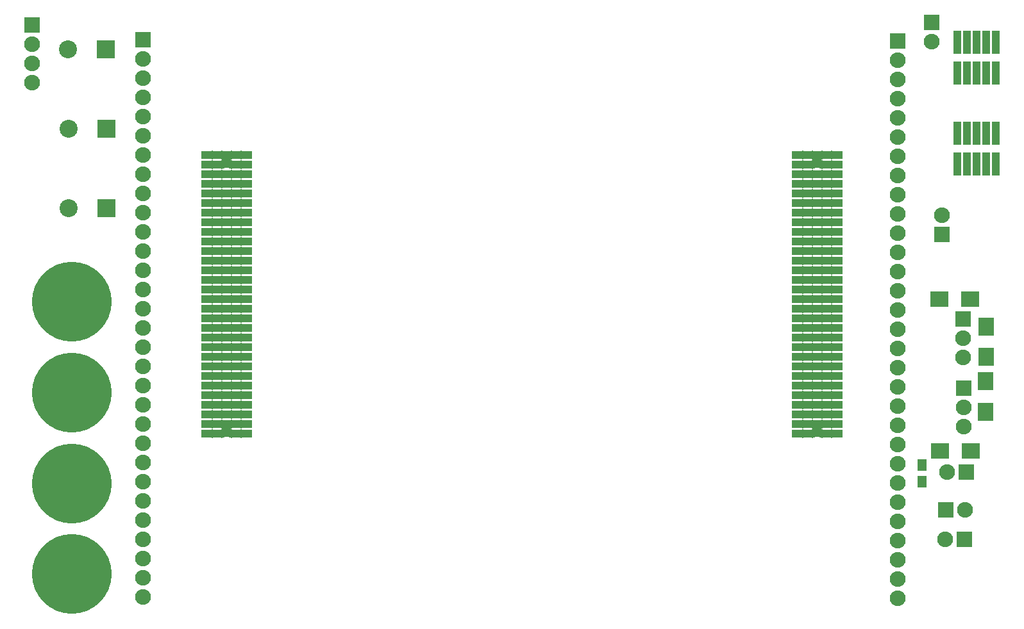
<source format=gbr>
G04 #@! TF.FileFunction,Soldermask,Top*
%FSLAX46Y46*%
G04 Gerber Fmt 4.6, Leading zero omitted, Abs format (unit mm)*
G04 Created by KiCad (PCBNEW 4.0.7) date 06/20/18 14:00:11*
%MOMM*%
%LPD*%
G01*
G04 APERTURE LIST*
%ADD10C,0.100000*%
%ADD11R,2.080000X2.080000*%
%ADD12O,2.080000X2.080000*%
%ADD13C,1.180000*%
%ADD14C,1.269000*%
%ADD15R,2.880000X1.080000*%
%ADD16R,2.880000X0.780000*%
%ADD17R,1.120000X3.170000*%
%ADD18R,1.280000X1.580000*%
%ADD19R,2.380000X2.380000*%
%ADD20C,2.380000*%
%ADD21C,10.540000*%
%ADD22R,2.080000X2.380000*%
%ADD23R,2.380000X2.080000*%
G04 APERTURE END LIST*
D10*
D11*
X143022620Y-38508260D03*
D12*
X143022620Y-41048260D03*
X143022620Y-43588260D03*
X143022620Y-46128260D03*
X143022620Y-48668260D03*
X143022620Y-51208260D03*
X143022620Y-53748260D03*
X143022620Y-56288260D03*
X143022620Y-58828260D03*
X143022620Y-61368260D03*
X143022620Y-63908260D03*
X143022620Y-66448260D03*
X143022620Y-68988260D03*
X143022620Y-71528260D03*
X143022620Y-74068260D03*
X143022620Y-76608260D03*
X143022620Y-79148260D03*
X143022620Y-81688260D03*
X143022620Y-84228260D03*
X143022620Y-86768260D03*
X143022620Y-89308260D03*
X143022620Y-91848260D03*
X143022620Y-94388260D03*
X143022620Y-96928260D03*
X143022620Y-99468260D03*
X143022620Y-102008260D03*
X143022620Y-104548260D03*
X143022620Y-107088260D03*
X143022620Y-109628260D03*
X143022620Y-112168260D03*
D13*
X56278000Y-53555900D03*
X55008000Y-53555900D03*
X53738000Y-53555900D03*
X52468000Y-53555900D03*
X56278000Y-54825900D03*
X53738000Y-54825900D03*
X55008000Y-54825900D03*
X52468000Y-54825900D03*
X56278000Y-56095900D03*
X55008000Y-56095900D03*
X53738000Y-56095900D03*
X52468000Y-56095900D03*
X56278000Y-57365900D03*
X55008000Y-57365900D03*
X53738000Y-57365900D03*
X52468000Y-57365900D03*
X56278000Y-58635900D03*
X55008000Y-58635900D03*
X53738000Y-58635900D03*
X52468000Y-58635900D03*
X56278000Y-59905900D03*
X55008000Y-59905900D03*
X53738000Y-59905900D03*
X52468000Y-59905900D03*
X56278000Y-61175900D03*
X55008000Y-61175900D03*
X53738000Y-61175900D03*
X52468000Y-61175900D03*
X56278000Y-62445900D03*
X55008000Y-62445900D03*
X53738000Y-62445900D03*
X52468000Y-62445900D03*
X56278000Y-63715900D03*
X55008000Y-63715900D03*
X53738000Y-63715900D03*
X52468000Y-63715900D03*
X56278000Y-64985900D03*
X55008000Y-64985900D03*
X53738000Y-64985900D03*
X52468000Y-64985900D03*
X56278000Y-66255900D03*
X55008000Y-66255900D03*
X53738000Y-66255900D03*
X52468000Y-66255900D03*
X56278000Y-67525900D03*
X55008000Y-67525900D03*
X53738000Y-67525900D03*
X52468000Y-67525900D03*
X56278000Y-68795900D03*
X55008000Y-68795900D03*
X53738000Y-68795900D03*
X52468000Y-68795900D03*
X56278000Y-70065900D03*
X55008000Y-70065900D03*
X53738000Y-70065900D03*
X52468000Y-70065900D03*
X56278000Y-71335900D03*
X55008000Y-71335900D03*
X53738000Y-71335900D03*
X52468000Y-71335900D03*
X56278000Y-72605900D03*
X55008000Y-72605900D03*
X53738000Y-72605900D03*
X52468000Y-72605900D03*
X56278000Y-73875900D03*
X55008000Y-73875900D03*
X53738000Y-73875900D03*
X52468000Y-73875900D03*
X56278000Y-75145900D03*
X55008000Y-75145900D03*
X53738000Y-75145900D03*
X52468000Y-75145900D03*
X56278000Y-76415900D03*
X55008000Y-76415900D03*
X53738000Y-76415900D03*
X52468000Y-76415900D03*
X56278000Y-77685900D03*
X55008000Y-77685900D03*
X53738000Y-77685900D03*
X52468000Y-77685900D03*
X56278000Y-78955900D03*
X55008000Y-78955900D03*
X53738000Y-78955900D03*
X52468000Y-78955900D03*
X56278000Y-80225900D03*
X55008000Y-80225900D03*
X53738000Y-80225900D03*
X52468000Y-80225900D03*
X56278000Y-81495900D03*
X55008000Y-81495900D03*
X53738000Y-81495900D03*
X52468000Y-81495900D03*
X56278000Y-82765900D03*
X55008000Y-82765900D03*
X52468000Y-82765900D03*
X53738000Y-82765900D03*
X56278000Y-84035900D03*
X55008000Y-84035900D03*
X53738000Y-84035900D03*
X52468000Y-84035900D03*
X56278000Y-85305900D03*
X55008000Y-85305900D03*
X53738000Y-85305900D03*
X52468000Y-85305900D03*
X56278000Y-86575900D03*
X55008000Y-86575900D03*
X53738000Y-86575900D03*
X52468000Y-86575900D03*
X56278000Y-87845900D03*
X55008000Y-87845900D03*
X53738000Y-87845900D03*
X52468000Y-87845900D03*
X56278000Y-89115900D03*
X55008000Y-89115900D03*
X53738000Y-89115900D03*
X52468000Y-89115900D03*
X56278000Y-90385900D03*
X55008000Y-90385900D03*
X53738000Y-90385900D03*
X52468000Y-90385900D03*
D14*
X54373000Y-54190900D03*
X54373000Y-54190900D03*
X54373000Y-54190900D03*
X54373000Y-54190900D03*
X54373000Y-89750900D03*
D15*
X56278000Y-53555900D03*
X56278000Y-54825900D03*
X56278000Y-56095900D03*
X56278000Y-57365900D03*
X56278000Y-58635900D03*
X56278000Y-59905900D03*
X56278000Y-61175900D03*
X56278000Y-62445900D03*
X56278000Y-63715900D03*
X56278000Y-64985900D03*
X56278000Y-66255900D03*
X56278000Y-67525900D03*
X56278000Y-68795900D03*
X56278000Y-70065900D03*
X56278000Y-71335900D03*
X56278000Y-72605900D03*
X56278000Y-73875900D03*
X56278000Y-75145900D03*
X56278000Y-76415900D03*
X56278000Y-77685900D03*
X56278000Y-78955900D03*
X56278000Y-80225900D03*
X56278000Y-81495900D03*
X56278000Y-82765900D03*
X56278000Y-84035900D03*
X56278000Y-85305900D03*
X56278000Y-86575900D03*
X56278000Y-87845900D03*
X56278000Y-89115900D03*
X56278000Y-90385900D03*
X52468000Y-53555900D03*
X52468000Y-54825900D03*
X52468000Y-56095900D03*
X52468000Y-57365900D03*
X52468000Y-58635900D03*
X52468000Y-59905900D03*
X52468000Y-61175900D03*
X52468000Y-62445900D03*
X52468000Y-63715900D03*
X52468000Y-64985900D03*
X52468000Y-66255900D03*
X52468000Y-67525900D03*
X52468000Y-68795900D03*
X52468000Y-70065900D03*
X52468000Y-71335900D03*
X52468000Y-72605900D03*
X52468000Y-73875900D03*
X52468000Y-75145900D03*
X52468000Y-76415900D03*
X52468000Y-77685900D03*
X52468000Y-78955900D03*
X52468000Y-80225900D03*
X52468000Y-81495900D03*
X52468000Y-82765900D03*
X52468000Y-84035900D03*
X52468000Y-85305900D03*
X52468000Y-86575900D03*
X52468000Y-87845900D03*
X52468000Y-89115900D03*
X52468000Y-90385900D03*
X54373000Y-56095900D03*
X54373000Y-57365900D03*
X54373000Y-58635900D03*
X54373000Y-59905900D03*
X54373000Y-61175900D03*
X54373000Y-62445900D03*
X54373000Y-63715900D03*
X54373000Y-64985900D03*
X54373000Y-66255900D03*
X54373000Y-67525900D03*
X54373000Y-68795900D03*
X54373000Y-70065900D03*
X54373000Y-71335900D03*
X54373000Y-72605900D03*
X54373000Y-73875900D03*
X54373000Y-75145900D03*
X54373000Y-76415900D03*
X54373000Y-77685900D03*
X54373000Y-78955900D03*
X54373000Y-80225900D03*
X54373000Y-81495900D03*
X54373000Y-82765900D03*
X54373000Y-84035900D03*
X54373000Y-85305900D03*
X54373000Y-86575900D03*
X54373000Y-87845900D03*
D16*
X54373000Y-53428900D03*
X54246000Y-90512900D03*
X54246000Y-88988900D03*
X54246000Y-54952900D03*
D13*
X134278000Y-53555900D03*
X133008000Y-53555900D03*
X131738000Y-53555900D03*
X130468000Y-53555900D03*
X134278000Y-54825900D03*
X131738000Y-54825900D03*
X133008000Y-54825900D03*
X130468000Y-54825900D03*
X134278000Y-56095900D03*
X133008000Y-56095900D03*
X131738000Y-56095900D03*
X130468000Y-56095900D03*
X134278000Y-57365900D03*
X133008000Y-57365900D03*
X131738000Y-57365900D03*
X130468000Y-57365900D03*
X134278000Y-58635900D03*
X133008000Y-58635900D03*
X131738000Y-58635900D03*
X130468000Y-58635900D03*
X134278000Y-59905900D03*
X133008000Y-59905900D03*
X131738000Y-59905900D03*
X130468000Y-59905900D03*
X134278000Y-61175900D03*
X133008000Y-61175900D03*
X131738000Y-61175900D03*
X130468000Y-61175900D03*
X134278000Y-62445900D03*
X133008000Y-62445900D03*
X131738000Y-62445900D03*
X130468000Y-62445900D03*
X134278000Y-63715900D03*
X133008000Y-63715900D03*
X131738000Y-63715900D03*
X130468000Y-63715900D03*
X134278000Y-64985900D03*
X133008000Y-64985900D03*
X131738000Y-64985900D03*
X130468000Y-64985900D03*
X134278000Y-66255900D03*
X133008000Y-66255900D03*
X131738000Y-66255900D03*
X130468000Y-66255900D03*
X134278000Y-67525900D03*
X133008000Y-67525900D03*
X131738000Y-67525900D03*
X130468000Y-67525900D03*
X134278000Y-68795900D03*
X133008000Y-68795900D03*
X131738000Y-68795900D03*
X130468000Y-68795900D03*
X134278000Y-70065900D03*
X133008000Y-70065900D03*
X131738000Y-70065900D03*
X130468000Y-70065900D03*
X134278000Y-71335900D03*
X133008000Y-71335900D03*
X131738000Y-71335900D03*
X130468000Y-71335900D03*
X134278000Y-72605900D03*
X133008000Y-72605900D03*
X131738000Y-72605900D03*
X130468000Y-72605900D03*
X134278000Y-73875900D03*
X133008000Y-73875900D03*
X131738000Y-73875900D03*
X130468000Y-73875900D03*
X134278000Y-75145900D03*
X133008000Y-75145900D03*
X131738000Y-75145900D03*
X130468000Y-75145900D03*
X134278000Y-76415900D03*
X133008000Y-76415900D03*
X131738000Y-76415900D03*
X130468000Y-76415900D03*
X134278000Y-77685900D03*
X133008000Y-77685900D03*
X131738000Y-77685900D03*
X130468000Y-77685900D03*
X134278000Y-78955900D03*
X133008000Y-78955900D03*
X131738000Y-78955900D03*
X130468000Y-78955900D03*
X134278000Y-80225900D03*
X133008000Y-80225900D03*
X131738000Y-80225900D03*
X130468000Y-80225900D03*
X134278000Y-81495900D03*
X133008000Y-81495900D03*
X131738000Y-81495900D03*
X130468000Y-81495900D03*
X134278000Y-82765900D03*
X133008000Y-82765900D03*
X130468000Y-82765900D03*
X131738000Y-82765900D03*
X134278000Y-84035900D03*
X133008000Y-84035900D03*
X131738000Y-84035900D03*
X130468000Y-84035900D03*
X134278000Y-85305900D03*
X133008000Y-85305900D03*
X131738000Y-85305900D03*
X130468000Y-85305900D03*
X134278000Y-86575900D03*
X133008000Y-86575900D03*
X131738000Y-86575900D03*
X130468000Y-86575900D03*
X134278000Y-87845900D03*
X133008000Y-87845900D03*
X131738000Y-87845900D03*
X130468000Y-87845900D03*
X134278000Y-89115900D03*
X133008000Y-89115900D03*
X131738000Y-89115900D03*
X130468000Y-89115900D03*
X134278000Y-90385900D03*
X133008000Y-90385900D03*
X131738000Y-90385900D03*
X130468000Y-90385900D03*
D14*
X132373000Y-54190900D03*
X132373000Y-54190900D03*
X132373000Y-54190900D03*
X132373000Y-54190900D03*
X132373000Y-89750900D03*
D15*
X134278000Y-53555900D03*
X134278000Y-54825900D03*
X134278000Y-56095900D03*
X134278000Y-57365900D03*
X134278000Y-58635900D03*
X134278000Y-59905900D03*
X134278000Y-61175900D03*
X134278000Y-62445900D03*
X134278000Y-63715900D03*
X134278000Y-64985900D03*
X134278000Y-66255900D03*
X134278000Y-67525900D03*
X134278000Y-68795900D03*
X134278000Y-70065900D03*
X134278000Y-71335900D03*
X134278000Y-72605900D03*
X134278000Y-73875900D03*
X134278000Y-75145900D03*
X134278000Y-76415900D03*
X134278000Y-77685900D03*
X134278000Y-78955900D03*
X134278000Y-80225900D03*
X134278000Y-81495900D03*
X134278000Y-82765900D03*
X134278000Y-84035900D03*
X134278000Y-85305900D03*
X134278000Y-86575900D03*
X134278000Y-87845900D03*
X134278000Y-89115900D03*
X134278000Y-90385900D03*
X130468000Y-53555900D03*
X130468000Y-54825900D03*
X130468000Y-56095900D03*
X130468000Y-57365900D03*
X130468000Y-58635900D03*
X130468000Y-59905900D03*
X130468000Y-61175900D03*
X130468000Y-62445900D03*
X130468000Y-63715900D03*
X130468000Y-64985900D03*
X130468000Y-66255900D03*
X130468000Y-67525900D03*
X130468000Y-68795900D03*
X130468000Y-70065900D03*
X130468000Y-71335900D03*
X130468000Y-72605900D03*
X130468000Y-73875900D03*
X130468000Y-75145900D03*
X130468000Y-76415900D03*
X130468000Y-77685900D03*
X130468000Y-78955900D03*
X130468000Y-80225900D03*
X130468000Y-81495900D03*
X130468000Y-82765900D03*
X130468000Y-84035900D03*
X130468000Y-85305900D03*
X130468000Y-86575900D03*
X130468000Y-87845900D03*
X130468000Y-89115900D03*
X130468000Y-90385900D03*
X132373000Y-56095900D03*
X132373000Y-57365900D03*
X132373000Y-58635900D03*
X132373000Y-59905900D03*
X132373000Y-61175900D03*
X132373000Y-62445900D03*
X132373000Y-63715900D03*
X132373000Y-64985900D03*
X132373000Y-66255900D03*
X132373000Y-67525900D03*
X132373000Y-68795900D03*
X132373000Y-70065900D03*
X132373000Y-71335900D03*
X132373000Y-72605900D03*
X132373000Y-73875900D03*
X132373000Y-75145900D03*
X132373000Y-76415900D03*
X132373000Y-77685900D03*
X132373000Y-78955900D03*
X132373000Y-80225900D03*
X132373000Y-81495900D03*
X132373000Y-82765900D03*
X132373000Y-84035900D03*
X132373000Y-85305900D03*
X132373000Y-86575900D03*
X132373000Y-87845900D03*
D16*
X132373000Y-53428900D03*
X132246000Y-90512900D03*
X132246000Y-88988900D03*
X132246000Y-54952900D03*
D11*
X43335240Y-38388880D03*
D12*
X43335240Y-40928880D03*
X43335240Y-43468880D03*
X43335240Y-46008880D03*
X43335240Y-48548880D03*
X43335240Y-51088880D03*
X43335240Y-53628880D03*
X43335240Y-56168880D03*
X43335240Y-58708880D03*
X43335240Y-61248880D03*
X43335240Y-63788880D03*
X43335240Y-66328880D03*
X43335240Y-68868880D03*
X43335240Y-71408880D03*
X43335240Y-73948880D03*
X43335240Y-76488880D03*
X43335240Y-79028880D03*
X43335240Y-81568880D03*
X43335240Y-84108880D03*
X43335240Y-86648880D03*
X43335240Y-89188880D03*
X43335240Y-91728880D03*
X43335240Y-94268880D03*
X43335240Y-96808880D03*
X43335240Y-99348880D03*
X43335240Y-101888880D03*
X43335240Y-104428880D03*
X43335240Y-106968880D03*
X43335240Y-109508880D03*
X43335240Y-112048880D03*
D11*
X149392940Y-100496960D03*
D12*
X151932940Y-100496960D03*
D11*
X151851660Y-104388240D03*
D12*
X149311660Y-104388240D03*
D11*
X151643380Y-75295080D03*
D12*
X151643380Y-77835080D03*
X151643380Y-80375080D03*
D11*
X151734820Y-84416220D03*
D12*
X151734820Y-86956220D03*
X151734820Y-89496220D03*
D11*
X152059940Y-95470300D03*
D12*
X149519940Y-95470300D03*
D17*
X150866140Y-42742440D03*
X150866140Y-38678440D03*
X152136140Y-42742440D03*
X152136140Y-38678440D03*
X153406140Y-42742440D03*
X153406140Y-38678440D03*
X154676140Y-42742440D03*
X154676140Y-38678440D03*
X155946140Y-42742440D03*
X155946140Y-38678440D03*
X150866140Y-54759180D03*
X150866140Y-50695180D03*
X152136140Y-54759180D03*
X152136140Y-50695180D03*
X153406140Y-54759180D03*
X153406140Y-50695180D03*
X154676140Y-54759180D03*
X154676140Y-50695180D03*
X155946140Y-54759180D03*
X155946140Y-50695180D03*
D18*
X146245880Y-96743200D03*
X146245880Y-94543200D03*
D19*
X38544500Y-60586500D03*
D20*
X33544500Y-60586500D03*
D19*
X38534500Y-50096500D03*
D20*
X33534500Y-50096500D03*
D19*
X38474500Y-39636500D03*
D20*
X33474500Y-39636500D03*
D11*
X28744500Y-36426500D03*
D12*
X28744500Y-38966500D03*
X28744500Y-41506500D03*
X28744500Y-44046500D03*
D11*
X147489500Y-36076500D03*
D12*
X147489500Y-38616500D03*
D11*
X148864500Y-64081500D03*
D12*
X148864500Y-61541500D03*
D21*
X34000000Y-85000000D03*
X34000000Y-73000000D03*
X34000000Y-109000000D03*
X34000000Y-97000000D03*
D22*
X154691380Y-80306500D03*
X154691380Y-76306500D03*
D23*
X148553540Y-72628080D03*
X152553540Y-72628080D03*
X148629740Y-92683920D03*
X152629740Y-92683920D03*
D22*
X154615180Y-87526020D03*
X154615180Y-83526020D03*
M02*

</source>
